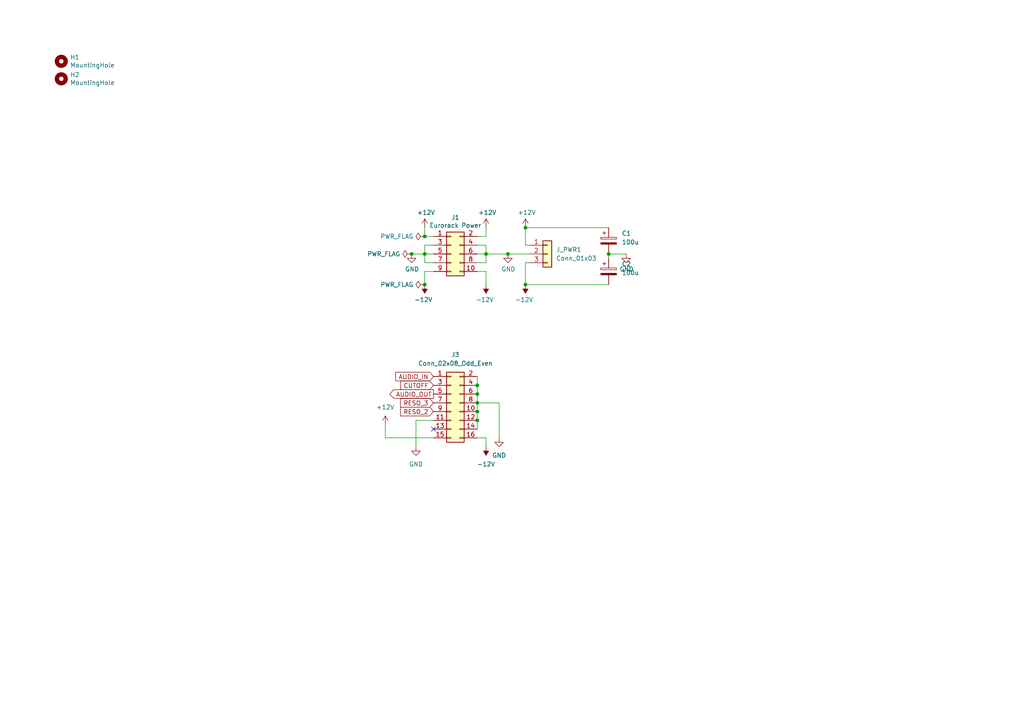
<source format=kicad_sch>
(kicad_sch (version 20231120) (generator "eeschema") (generator_version "8.0")
  (paper "A4")
  (lib_symbols
    (symbol "Connector_Generic:Conn_01x03" (pin_names (offset 1.016) hide)
      (property "Reference" "J" (at 0 5.08 0))
      (property "Value" "Conn_01x03" (at 0 -5.08 0))
      (symbol "Conn_01x03_1_1"
        (rectangle (start -1.27 -2.413) (end 0 -2.667) (stroke (width 0.1524)))
        (rectangle (start -1.27 0.127) (end 0 -0.127) (stroke (width 0.1524)))
        (rectangle (start -1.27 2.667) (end 0 2.413) (stroke (width 0.1524)))
        (rectangle (start -1.27 3.81) (end 1.27 -3.81) (stroke (width 0.254)) (fill (type background)))
        (pin passive line (at -5.08 2.54 0) (length 3.81) (name "Pin_1") (number "1"))
        (pin passive line (at -5.08 0 0) (length 3.81) (name "Pin_2") (number "2"))
        (pin passive line (at -5.08 -2.54 0) (length 3.81) (name "Pin_3") (number "3"))
      )
    )
    (symbol "Connector_Generic:Conn_02x05_Odd_Even" (pin_names (offset 1.016) hide)
      (property "Reference" "J" (at 1.27 7.62 0))
      (property "Value" "Conn_02x05_Odd_Even" (at 1.27 -7.62 0))
      (symbol "Conn_02x05_Odd_Even_1_1"
        (rectangle (start -1.27 -4.953) (end 0 -5.207) (stroke (width 0.1524)))
        (rectangle (start -1.27 -2.413) (end 0 -2.667) (stroke (width 0.1524)))
        (rectangle (start -1.27 0.127) (end 0 -0.127) (stroke (width 0.1524)))
        (rectangle (start -1.27 2.667) (end 0 2.413) (stroke (width 0.1524)))
        (rectangle (start -1.27 5.207) (end 0 4.953) (stroke (width 0.1524)))
        (rectangle (start -1.27 6.35) (end 3.81 -6.35) (stroke (width 0.254)) (fill (type background)))
        (rectangle (start 3.81 -4.953) (end 2.54 -5.207) (stroke (width 0.1524)))
        (rectangle (start 3.81 -2.413) (end 2.54 -2.667) (stroke (width 0.1524)))
        (rectangle (start 3.81 0.127) (end 2.54 -0.127) (stroke (width 0.1524)))
        (rectangle (start 3.81 2.667) (end 2.54 2.413) (stroke (width 0.1524)))
        (rectangle (start 3.81 5.207) (end 2.54 4.953) (stroke (width 0.1524)))
        (pin passive line (at -5.08 5.08 0) (length 3.81) (name "Pin_1") (number "1"))
        (pin passive line (at 7.62 -5.08 180) (length 3.81) (name "Pin_10") (number "10"))
        (pin passive line (at 7.62 5.08 180) (length 3.81) (name "Pin_2") (number "2"))
        (pin passive line (at -5.08 2.54 0) (length 3.81) (name "Pin_3") (number "3"))
        (pin passive line (at 7.62 2.54 180) (length 3.81) (name "Pin_4") (number "4"))
        (pin passive line (at -5.08 0 0) (length 3.81) (name "Pin_5") (number "5"))
        (pin passive line (at 7.62 0 180) (length 3.81) (name "Pin_6") (number "6"))
        (pin passive line (at -5.08 -2.54 0) (length 3.81) (name "Pin_7") (number "7"))
        (pin passive line (at 7.62 -2.54 180) (length 3.81) (name "Pin_8") (number "8"))
        (pin passive line (at -5.08 -5.08 0) (length 3.81) (name "Pin_9") (number "9"))
      )
    )
    (symbol "Connector_Generic:Conn_02x08_Odd_Even" (pin_names (offset 1.016) hide)
      (property "Reference" "J" (at 1.27 10.16 0))
      (property "Value" "Conn_02x08_Odd_Even" (at 1.27 -12.7 0))
      (symbol "Conn_02x08_Odd_Even_1_1"
        (rectangle (start -1.27 -10.033) (end 0 -10.287) (stroke (width 0.1524)))
        (rectangle (start -1.27 -7.493) (end 0 -7.747) (stroke (width 0.1524)))
        (rectangle (start -1.27 -4.953) (end 0 -5.207) (stroke (width 0.1524)))
        (rectangle (start -1.27 -2.413) (end 0 -2.667) (stroke (width 0.1524)))
        (rectangle (start -1.27 0.127) (end 0 -0.127) (stroke (width 0.1524)))
        (rectangle (start -1.27 2.667) (end 0 2.413) (stroke (width 0.1524)))
        (rectangle (start -1.27 5.207) (end 0 4.953) (stroke (width 0.1524)))
        (rectangle (start -1.27 7.747) (end 0 7.493) (stroke (width 0.1524)))
        (rectangle (start -1.27 8.89) (end 3.81 -11.43) (stroke (width 0.254)) (fill (type background)))
        (rectangle (start 3.81 -10.033) (end 2.54 -10.287) (stroke (width 0.1524)))
        (rectangle (start 3.81 -7.493) (end 2.54 -7.747) (stroke (width 0.1524)))
        (rectangle (start 3.81 -4.953) (end 2.54 -5.207) (stroke (width 0.1524)))
        (rectangle (start 3.81 -2.413) (end 2.54 -2.667) (stroke (width 0.1524)))
        (rectangle (start 3.81 0.127) (end 2.54 -0.127) (stroke (width 0.1524)))
        (rectangle (start 3.81 2.667) (end 2.54 2.413) (stroke (width 0.1524)))
        (rectangle (start 3.81 5.207) (end 2.54 4.953) (stroke (width 0.1524)))
        (rectangle (start 3.81 7.747) (end 2.54 7.493) (stroke (width 0.1524)))
        (pin passive line (at -5.08 7.62 0) (length 3.81) (name "Pin_1") (number "1"))
        (pin passive line (at 7.62 -2.54 180) (length 3.81) (name "Pin_10") (number "10"))
        (pin passive line (at -5.08 -5.08 0) (length 3.81) (name "Pin_11") (number "11"))
        (pin passive line (at 7.62 -5.08 180) (length 3.81) (name "Pin_12") (number "12"))
        (pin passive line (at -5.08 -7.62 0) (length 3.81) (name "Pin_13") (number "13"))
        (pin passive line (at 7.62 -7.62 180) (length 3.81) (name "Pin_14") (number "14"))
        (pin passive line (at -5.08 -10.16 0) (length 3.81) (name "Pin_15") (number "15"))
        (pin passive line (at 7.62 -10.16 180) (length 3.81) (name "Pin_16") (number "16"))
        (pin passive line (at 7.62 7.62 180) (length 3.81) (name "Pin_2") (number "2"))
        (pin passive line (at -5.08 5.08 0) (length 3.81) (name "Pin_3") (number "3"))
        (pin passive line (at 7.62 5.08 180) (length 3.81) (name "Pin_4") (number "4"))
        (pin passive line (at -5.08 2.54 0) (length 3.81) (name "Pin_5") (number "5"))
        (pin passive line (at 7.62 2.54 180) (length 3.81) (name "Pin_6") (number "6"))
        (pin passive line (at -5.08 0 0) (length 3.81) (name "Pin_7") (number "7"))
        (pin passive line (at 7.62 0 180) (length 3.81) (name "Pin_8") (number "8"))
        (pin passive line (at -5.08 -2.54 0) (length 3.81) (name "Pin_9") (number "9"))
      )
    )
    (symbol "Device:C_Polarized" (pin_numbers hide) (pin_names (offset 0.254))
      (property "Reference" "C" (at 0.635 2.54 0))
      (property "Value" "C_Polarized" (at 0.635 -2.54 0))
      (symbol "C_Polarized_0_1"
        (rectangle (start -2.286 0.508) (end 2.286 1.016))
        (polyline (pts (xy -1.778 2.286) (xy -0.762 2.286)))
        (polyline (pts (xy -1.27 2.794) (xy -1.27 1.778)))
        (rectangle (start 2.286 -0.508) (end -2.286 -1.016) (fill (type outline)))
      )
      (symbol "C_Polarized_1_1"
        (pin passive line (at 0 3.81 270) (length 2.794) (name "~") (number "1"))
        (pin passive line (at 0 -3.81 90) (length 2.794) (name "~") (number "2"))
      )
    )
    (symbol "Mechanical:MountingHole" (pin_names (offset 1.016))
      (property "Reference" "H" (at 0 5.08 0))
      (property "Value" "MountingHole" (at 0 3.175 0))
      (symbol "MountingHole_0_1"
        (circle (center 0 0) (radius 1.27) (stroke (width 1.27)))
      )
    )
    (symbol "power:+12V" (power) (pin_names (offset 0))
      (property "Value" "+12V" (at 0 3.556 0))
      (symbol "+12V_0_1"
        (polyline (pts (xy -0.762 1.27) (xy 0 2.54)))
        (polyline (pts (xy 0 0) (xy 0 2.54)))
        (polyline (pts (xy 0 2.54) (xy 0.762 1.27)))
      )
      (symbol "+12V_1_1"
        (pin power_in line (at 0 0 90) (length 0) hide (name "+12V") (number "1"))
      )
    )
    (symbol "power:-12V" (power) (pin_names (offset 0))
      (property "Value" "-12V" (at 0 3.81 0))
      (symbol "-12V_0_0"
        (pin power_in line (at 0 0 90) (length 0) hide (name "-12V") (number "1"))
      )
      (symbol "-12V_0_1"
        (polyline (pts (xy 0 0) (xy 0 1.27) (xy 0.762 1.27) (xy 0 2.54) (xy -0.762 1.27) (xy 0 1.27)) (fill (type outline)))
      )
    )
    (symbol "power:GND" (power) (pin_names (offset 0))
      (property "Value" "GND" (at 0 -3.81 0))
      (symbol "GND_0_1"
        (polyline (pts (xy 0 0) (xy 0 -1.27) (xy 1.27 -1.27) (xy 0 -2.54) (xy -1.27 -1.27) (xy 0 -1.27)))
      )
      (symbol "GND_1_1"
        (pin power_in line (at 0 0 270) (length 0) hide (name "GND") (number "1"))
      )
    )
    (symbol "power:PWR_FLAG" (power) (pin_numbers hide) (pin_names (offset 0) hide)
      (property "Value" "PWR_FLAG" (at 0 3.81 0))
      (symbol "PWR_FLAG_0_0"
        (pin power_out line (at 0 0 90) (length 0) (name "pwr") (number "1"))
      )
      (symbol "PWR_FLAG_0_1"
        (polyline (pts (xy 0 0) (xy 0 1.27) (xy -1.016 1.905) (xy 0 2.54) (xy 1.016 1.905) (xy 0 1.27)))
      )
    )
  )
  (junction (at 123.19 82.55))
  (junction (at 152.4 66.04))
  (junction (at 176.53 73.66))
  (junction (at 152.4 82.55))
  (junction (at 147.32 73.66))
  (junction (at 123.19 73.66))
  (junction (at 138.43 114.3))
  (junction (at 138.43 116.84))
  (junction (at 119.38 73.66))
  (junction (at 138.43 121.92))
  (junction (at 138.43 111.76))
  (junction (at 140.97 73.66))
  (junction (at 138.43 119.38))
  (junction (at 123.19 68.58))
  (no_connect (at 125.73 124.46))
  (wire (pts (xy 123.19 76.2) (xy 125.73 76.2)))
  (wire (pts (xy 152.4 76.2) (xy 152.4 82.55)))
  (wire (pts (xy 111.76 127) (xy 125.73 127)))
  (wire (pts (xy 152.4 66.04) (xy 176.53 66.04)))
  (wire (pts (xy 176.53 74.93) (xy 176.53 73.66)))
  (wire (pts (xy 138.43 116.84) (xy 138.43 119.38)))
  (wire (pts (xy 123.19 73.66) (xy 123.19 76.2)))
  (wire (pts (xy 152.4 66.04) (xy 152.4 71.12)))
  (wire (pts (xy 140.97 73.66) (xy 140.97 71.12)))
  (wire (pts (xy 125.73 121.92) (xy 120.65 121.92)))
  (wire (pts (xy 120.65 121.92) (xy 120.65 129.54)))
  (wire (pts (xy 144.78 116.84) (xy 138.43 116.84)))
  (wire (pts (xy 144.78 127) (xy 144.78 116.84)))
  (wire (pts (xy 181.61 73.66) (xy 176.53 73.66)))
  (wire (pts (xy 152.4 71.12) (xy 153.67 71.12)))
  (wire (pts (xy 140.97 76.2) (xy 140.97 73.66)))
  (wire (pts (xy 123.19 71.12) (xy 123.19 73.66)))
  (wire (pts (xy 140.97 73.66) (xy 147.32 73.66)))
  (wire (pts (xy 152.4 82.55) (xy 176.53 82.55)))
  (wire (pts (xy 138.43 111.76) (xy 138.43 114.3)))
  (wire (pts (xy 138.43 109.22) (xy 138.43 111.76)))
  (wire (pts (xy 138.43 73.66) (xy 140.97 73.66)))
  (wire (pts (xy 111.76 123.19) (xy 111.76 127)))
  (wire (pts (xy 125.73 73.66) (xy 123.19 73.66)))
  (wire (pts (xy 140.97 127) (xy 138.43 127)))
  (wire (pts (xy 153.67 76.2) (xy 152.4 76.2)))
  (wire (pts (xy 140.97 129.54) (xy 140.97 127)))
  (wire (pts (xy 138.43 76.2) (xy 140.97 76.2)))
  (wire (pts (xy 123.19 73.66) (xy 119.38 73.66)))
  (wire (pts (xy 153.67 73.66) (xy 147.32 73.66)))
  (wire (pts (xy 140.97 66.04) (xy 140.97 68.58)))
  (wire (pts (xy 138.43 121.92) (xy 138.43 124.46)))
  (wire (pts (xy 123.19 68.58) (xy 125.73 68.58)))
  (wire (pts (xy 140.97 68.58) (xy 138.43 68.58)))
  (wire (pts (xy 140.97 71.12) (xy 138.43 71.12)))
  (wire (pts (xy 125.73 78.74) (xy 123.19 78.74)))
  (wire (pts (xy 138.43 114.3) (xy 138.43 116.84)))
  (wire (pts (xy 123.19 66.04) (xy 123.19 68.58)))
  (wire (pts (xy 138.43 119.38) (xy 138.43 121.92)))
  (wire (pts (xy 125.73 71.12) (xy 123.19 71.12)))
  (wire (pts (xy 140.97 78.74) (xy 140.97 82.55)))
  (wire (pts (xy 138.43 78.74) (xy 140.97 78.74)))
  (wire (pts (xy 123.19 78.74) (xy 123.19 82.55)))
  (global_label "AUDIO_IN" (shape input) (at 125.73 109.22 180) (property "Intersheetrefs" "${INTERSHEET_REFS}" (effects (hide yes))))
  (global_label "CUTOFF" (shape input) (at 125.73 111.76 180) (property "Intersheetrefs" "${INTERSHEET_REFS}" (effects (hide yes))))
  (global_label "RESO_3" (shape input) (at 125.73 116.84 180) (property "Intersheetrefs" "${INTERSHEET_REFS}" (effects (hide yes))))
  (global_label "AUDIO_OUT" (shape output) (at 125.73 114.3 180) (property "Intersheetrefs" "${INTERSHEET_REFS}" (effects (hide yes))))
  (global_label "RESO_2" (shape input) (at 125.73 119.38 180) (property "Intersheetrefs" "${INTERSHEET_REFS}" (effects (hide yes))))
  (symbol (lib_id "power:GND") (at 147.32 73.66 0) (unit 1)
    (property "Reference" "#PWR06" (effects (hide yes)))
    (property "Value" "GND" (at 147.447 78.0542 0))
  )
  (symbol (lib_id "power:GND") (at 119.38 73.66 0) (unit 1)
    (property "Reference" "#PWR01" (effects (hide yes)))
    (property "Value" "GND" (at 119.507 78.0542 0))
  )
  (symbol (lib_id "power:-12V") (at 123.19 82.55 180) (unit 1)
    (property "Reference" "#PWR03" (effects (hide yes)))
    (property "Value" "-12V" (at 122.809 86.9442 0))
  )
  (symbol (lib_id "power:+12V") (at 123.19 66.04 0) (unit 1)
    (property "Reference" "#PWR02" (effects (hide yes)))
    (property "Value" "+12V" (at 123.571 61.6458 0))
  )
  (symbol (lib_id "power:+12V") (at 140.97 66.04 0) (unit 1)
    (property "Reference" "#PWR04" (effects (hide yes)))
    (property "Value" "+12V" (at 141.351 61.6458 0))
  )
  (symbol (lib_id "Connector_Generic:Conn_02x05_Odd_Even") (at 130.81 73.66 0) (unit 1) (in_bom no)
    (property "Reference" "J1" (at 132.08 63.0682 0))
    (property "Value" "Eurorack Power" (at 132.08 65.3796 0))
    (property "Footprint" "Connector_PinHeader_2.54mm:PinHeader_2x05_P2.54mm_Vertical" (effects (hide yes)))
  )
  (symbol (lib_id "power:-12V") (at 140.97 82.55 180) (unit 1)
    (property "Reference" "#PWR05" (effects (hide yes)))
    (property "Value" "-12V" (at 140.589 86.9442 0))
  )
  (symbol (lib_id "power:+12V") (at 152.4 66.04 0) (unit 1)
    (property "Reference" "#PWR07" (effects (hide yes)))
    (property "Value" "+12V" (at 152.781 61.6458 0))
  )
  (symbol (lib_id "power:-12V") (at 152.4 82.55 180) (unit 1)
    (property "Reference" "#PWR08" (effects (hide yes)))
    (property "Value" "-12V" (at 152.019 86.9442 0))
  )
  (symbol (lib_id "power:GND") (at 181.61 73.66 0) (unit 1)
    (property "Reference" "#PWR09" (effects (hide yes)))
    (property "Value" "GND" (at 181.737 78.0542 0))
  )
  (symbol (lib_id "power:PWR_FLAG") (at 123.19 82.55 90) (unit 1)
    (property "Reference" "#FLG03" (effects (hide yes)))
    (property "Value" "PWR_FLAG" (at 119.9642 82.55 90) (effects (justify left)))
  )
  (symbol (lib_id "power:PWR_FLAG") (at 123.19 68.58 90) (unit 1) (in_bom no)
    (property "Reference" "#FLG02" (effects (hide yes)))
    (property "Value" "PWR_FLAG" (at 119.9642 68.58 90) (effects (justify left)))
  )
  (symbol (lib_id "power:PWR_FLAG") (at 119.38 73.66 90) (unit 1)
    (property "Reference" "#FLG01" (effects (hide yes)))
    (property "Value" "PWR_FLAG" (at 116.1542 73.66 90) (effects (justify left)))
  )
  (symbol (lib_id "Mechanical:MountingHole") (at 17.78 17.78 0) (unit 1) (in_bom no)
    (property "Reference" "H1" (at 20.32 16.6116 0) (effects (justify left)))
    (property "Value" "MountingHole" (at 20.32 18.923 0) (effects (justify left)))
    (property "Footprint" "MountingHole:MountingHole_3mm_Pad" (effects (hide yes)))
  )
  (symbol (lib_id "Mechanical:MountingHole") (at 17.78 22.86 0) (unit 1) (in_bom no)
    (property "Reference" "H2" (at 20.32 21.6916 0) (effects (justify left)))
    (property "Value" "MountingHole" (at 20.32 24.003 0) (effects (justify left)))
    (property "Footprint" "MountingHole:MountingHole_3mm_Pad" (effects (hide yes)))
  )
  (symbol (lib_id "power:GND") (at 120.65 129.54 0) (unit 1)
    (property "Reference" "#PWR018" (effects (hide yes)))
    (property "Value" "GND" (at 120.65 134.62 0))
  )
  (symbol (lib_id "power:GND") (at 144.78 127 0) (unit 1)
    (property "Reference" "#PWR017" (effects (hide yes)))
    (property "Value" "GND" (at 144.78 132.08 0))
  )
  (symbol (lib_id "Device:C_Polarized") (at 176.53 69.85 0) (unit 1) (in_bom no)
    (property "Reference" "C1" (at 180.34 67.6909 0) (effects (justify left)))
    (property "Value" "100u" (at 180.34 70.2309 0) (effects (justify left)))
    (property "Footprint" "Capacitor_THT:CP_Radial_D6.3mm_P2.50mm" (effects (hide yes)))
  )
  (symbol (lib_id "power:+12V") (at 111.76 123.19 0) (unit 1)
    (property "Reference" "#PWR015" (effects (hide yes)))
    (property "Value" "+12V" (at 111.76 118.11 0))
  )
  (symbol (lib_id "Device:C_Polarized") (at 176.53 78.74 0) (unit 1) (in_bom no)
    (property "Reference" "C2" (at 180.34 76.5809 0) (effects (justify left)))
    (property "Value" "100u" (at 180.34 79.1209 0) (effects (justify left)))
    (property "Footprint" "Capacitor_THT:CP_Radial_D6.3mm_P2.50mm" (effects (hide yes)))
  )
  (symbol (lib_id "Connector_Generic:Conn_02x08_Odd_Even") (at 130.81 116.84 0) (unit 1) (in_bom no)
    (property "Reference" "J3" (at 132.08 102.87 0))
    (property "Value" "Conn_02x08_Odd_Even" (at 132.08 105.41 0))
    (property "Footprint" "Connector_PinHeader_2.54mm:PinHeader_2x08_P2.54mm_Vertical" (effects (hide yes)))
  )
  (symbol (lib_id "power:-12V") (at 140.97 129.54 180) (unit 1)
    (property "Reference" "#PWR016" (effects (hide yes)))
    (property "Value" "-12V" (at 140.97 134.62 0))
  )
  (symbol (lib_id "Connector_Generic:Conn_01x03") (at 158.75 73.66 0) (unit 1) (in_bom no)
    (property "Reference" "J_PWR1" (at 161.29 72.39 0) (effects (justify left)))
    (property "Value" "Conn_01x03" (at 161.29 74.93 0) (effects (justify left)))
    (property "Footprint" "Connector_PinHeader_2.54mm:PinHeader_1x03_P2.54mm_Vertical" (effects (hide yes)))
  )
)
</source>
